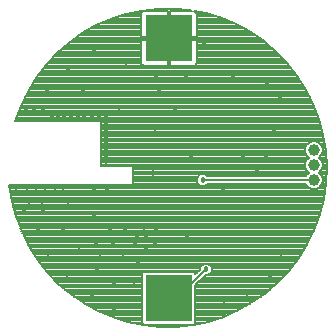
<source format=gbl>
G75*
G70*
%OFA0B0*%
%FSLAX24Y24*%
%IPPOS*%
%LPD*%
%AMOC8*
5,1,8,0,0,1.08239X$1,22.5*
%
%ADD10R,0.1575X0.1575*%
%ADD11C,0.0394*%
%ADD12C,0.0080*%
%ADD13C,0.0180*%
%ADD14C,0.0060*%
D10*
X005656Y001276D03*
X005656Y009937D03*
D11*
X010490Y006213D03*
X010490Y005713D03*
X010490Y005213D03*
D12*
X004768Y001880D02*
X001862Y001880D01*
X001787Y001959D02*
X004768Y001959D01*
X004768Y002037D02*
X001712Y002037D01*
X001636Y002116D02*
X004779Y002116D01*
X004768Y002105D02*
X004768Y000447D01*
X004827Y000388D01*
X006459Y000388D01*
X006446Y000386D01*
X005911Y000328D01*
X005373Y000325D01*
X004838Y000376D01*
X004311Y000482D01*
X003797Y000640D01*
X003301Y000849D01*
X002830Y001108D01*
X002387Y001413D01*
X001977Y001761D01*
X001604Y002149D01*
X001273Y002572D01*
X000986Y003027D01*
X000747Y003509D01*
X000558Y004012D01*
X000421Y004532D01*
X000337Y005064D01*
X004451Y005064D01*
X004451Y005691D01*
X003403Y005691D01*
X003403Y007170D01*
X000537Y007170D01*
X000719Y007676D01*
X000952Y008160D01*
X010269Y008160D01*
X010233Y008233D02*
X010473Y007751D01*
X010663Y007248D01*
X010802Y006729D01*
X010887Y006198D01*
X010918Y005661D01*
X010894Y005124D01*
X010816Y004591D01*
X010685Y004070D01*
X010501Y003564D01*
X010267Y003080D01*
X009986Y002622D01*
X009659Y002195D01*
X009291Y001802D01*
X008885Y001450D01*
X008446Y001140D01*
X007977Y000876D01*
X007484Y000661D01*
X006972Y000497D01*
X006491Y000395D01*
X006543Y000447D01*
X006543Y001706D01*
X006887Y002051D01*
X006972Y002051D01*
X007084Y002162D01*
X007084Y002319D01*
X006972Y002431D01*
X006815Y002431D01*
X006704Y002319D01*
X006704Y002234D01*
X006543Y002074D01*
X006543Y002105D01*
X006484Y002163D01*
X004827Y002163D01*
X004768Y002105D01*
X004768Y001802D02*
X001938Y001802D01*
X002021Y001723D02*
X004768Y001723D01*
X004768Y001645D02*
X002114Y001645D01*
X002206Y001566D02*
X004768Y001566D01*
X004768Y001488D02*
X002299Y001488D01*
X002392Y001409D02*
X004768Y001409D01*
X004768Y001331D02*
X002506Y001331D01*
X002620Y001252D02*
X004768Y001252D01*
X004768Y001174D02*
X002734Y001174D01*
X002853Y001095D02*
X004768Y001095D01*
X004768Y001017D02*
X002996Y001017D01*
X003139Y000938D02*
X004768Y000938D01*
X004768Y000860D02*
X003283Y000860D01*
X003463Y000781D02*
X004768Y000781D01*
X004768Y000703D02*
X003649Y000703D01*
X003848Y000624D02*
X004768Y000624D01*
X004768Y000546D02*
X004103Y000546D01*
X004384Y000467D02*
X004768Y000467D01*
X004777Y000389D02*
X004827Y000389D01*
X006532Y002116D02*
X006585Y002116D01*
X006663Y002194D02*
X001569Y002194D01*
X001508Y002273D02*
X006704Y002273D01*
X006735Y002351D02*
X001446Y002351D01*
X001385Y002430D02*
X006814Y002430D01*
X006973Y002430D02*
X009839Y002430D01*
X009899Y002508D02*
X001323Y002508D01*
X001264Y002587D02*
X009959Y002587D01*
X010013Y002665D02*
X001215Y002665D01*
X001165Y002744D02*
X010061Y002744D01*
X010109Y002822D02*
X001116Y002822D01*
X001066Y002901D02*
X010157Y002901D01*
X010205Y002979D02*
X001017Y002979D01*
X000971Y003058D02*
X010254Y003058D01*
X010295Y003136D02*
X000932Y003136D01*
X000893Y003215D02*
X010332Y003215D01*
X010370Y003293D02*
X000854Y003293D01*
X000815Y003372D02*
X010408Y003372D01*
X010446Y003450D02*
X000776Y003450D01*
X000740Y003529D02*
X010484Y003529D01*
X010517Y003607D02*
X000710Y003607D01*
X000681Y003686D02*
X010545Y003686D01*
X010574Y003764D02*
X000651Y003764D01*
X000622Y003843D02*
X010602Y003843D01*
X010631Y003921D02*
X000592Y003921D01*
X000563Y004000D02*
X010659Y004000D01*
X010687Y004078D02*
X000541Y004078D01*
X000520Y004157D02*
X010707Y004157D01*
X010726Y004235D02*
X000499Y004235D01*
X000478Y004314D02*
X010746Y004314D01*
X010766Y004392D02*
X000458Y004392D01*
X000437Y004471D02*
X010786Y004471D01*
X010805Y004549D02*
X000418Y004549D01*
X000406Y004628D02*
X010821Y004628D01*
X010833Y004706D02*
X000393Y004706D01*
X000381Y004785D02*
X010844Y004785D01*
X010856Y004863D02*
X000368Y004863D01*
X000356Y004942D02*
X010368Y004942D01*
X010321Y004961D02*
X010431Y004916D01*
X010549Y004916D01*
X010658Y004961D01*
X010741Y005044D01*
X010786Y005154D01*
X010786Y005272D01*
X010741Y005381D01*
X010659Y005463D01*
X010741Y005544D01*
X010786Y005654D01*
X010786Y005772D01*
X010741Y005881D01*
X010659Y005963D01*
X010741Y006044D01*
X010786Y006154D01*
X010786Y006272D01*
X010741Y006381D01*
X010658Y006464D01*
X010549Y006509D01*
X010431Y006509D01*
X010321Y006464D01*
X010238Y006381D01*
X010193Y006272D01*
X010193Y006154D01*
X010238Y006044D01*
X010320Y005963D01*
X010238Y005881D01*
X010193Y005772D01*
X010193Y005654D01*
X010238Y005544D01*
X010320Y005463D01*
X010238Y005381D01*
X010226Y005352D01*
X006917Y005352D01*
X006867Y005402D01*
X006710Y005402D01*
X006599Y005290D01*
X006599Y005133D01*
X006710Y005022D01*
X006867Y005022D01*
X006917Y005072D01*
X010227Y005072D01*
X010238Y005044D01*
X010321Y004961D01*
X010262Y005020D02*
X000344Y005020D01*
X000554Y007218D02*
X010671Y007218D01*
X010692Y007140D02*
X003403Y007140D01*
X003403Y007061D02*
X010713Y007061D01*
X010734Y006983D02*
X003403Y006983D01*
X003403Y006904D02*
X010755Y006904D01*
X010776Y006826D02*
X003403Y006826D01*
X003403Y006747D02*
X010797Y006747D01*
X010811Y006669D02*
X003403Y006669D01*
X003403Y006590D02*
X010824Y006590D01*
X010836Y006512D02*
X003403Y006512D01*
X003403Y006433D02*
X010290Y006433D01*
X010227Y006355D02*
X003403Y006355D01*
X003403Y006276D02*
X010195Y006276D01*
X010193Y006198D02*
X003403Y006198D01*
X003403Y006119D02*
X010207Y006119D01*
X010242Y006041D02*
X003403Y006041D01*
X003403Y005962D02*
X010319Y005962D01*
X010241Y005884D02*
X003403Y005884D01*
X003403Y005805D02*
X010207Y005805D01*
X010193Y005727D02*
X003403Y005727D01*
X004451Y005648D02*
X010195Y005648D01*
X010228Y005570D02*
X004451Y005570D01*
X004451Y005491D02*
X010291Y005491D01*
X010270Y005413D02*
X004451Y005413D01*
X004451Y005334D02*
X006642Y005334D01*
X006599Y005256D02*
X004451Y005256D01*
X004451Y005177D02*
X006599Y005177D01*
X006633Y005099D02*
X004451Y005099D01*
X006789Y005212D02*
X010490Y005212D01*
X010490Y005213D01*
X010761Y005334D02*
X010903Y005334D01*
X010900Y005256D02*
X010786Y005256D01*
X010786Y005177D02*
X010896Y005177D01*
X010890Y005099D02*
X010764Y005099D01*
X010717Y005020D02*
X010879Y005020D01*
X010867Y004942D02*
X010611Y004942D01*
X010709Y005413D02*
X010907Y005413D01*
X010910Y005491D02*
X010688Y005491D01*
X010752Y005570D02*
X010914Y005570D01*
X010917Y005648D02*
X010784Y005648D01*
X010786Y005727D02*
X010914Y005727D01*
X010909Y005805D02*
X010773Y005805D01*
X010738Y005884D02*
X010905Y005884D01*
X010900Y005962D02*
X010660Y005962D01*
X010737Y006041D02*
X010896Y006041D01*
X010891Y006119D02*
X010772Y006119D01*
X010786Y006198D02*
X010887Y006198D01*
X010874Y006276D02*
X010785Y006276D01*
X010752Y006355D02*
X010862Y006355D01*
X010849Y006433D02*
X010689Y006433D01*
X010645Y007297D02*
X000582Y007297D01*
X000611Y007375D02*
X010615Y007375D01*
X010586Y007454D02*
X000639Y007454D01*
X000667Y007532D02*
X010556Y007532D01*
X010526Y007611D02*
X000696Y007611D01*
X000726Y007689D02*
X010497Y007689D01*
X010465Y007768D02*
X000763Y007768D01*
X000801Y007846D02*
X010426Y007846D01*
X010387Y007925D02*
X000839Y007925D01*
X000876Y008003D02*
X010347Y008003D01*
X010308Y008082D02*
X000914Y008082D01*
X000952Y008160D02*
X001232Y008619D01*
X001558Y009047D01*
X001925Y009440D01*
X002330Y009794D01*
X002769Y010105D01*
X003237Y010369D01*
X003730Y010585D01*
X004242Y010750D01*
X004768Y010863D01*
X005302Y010922D01*
X005840Y010926D01*
X006375Y010875D01*
X006430Y010865D01*
X005696Y010865D01*
X005696Y009977D01*
X006583Y009977D01*
X006583Y010743D01*
X006574Y010779D01*
X006555Y010811D01*
X006529Y010837D01*
X006507Y010849D01*
X006903Y010771D01*
X007417Y010614D01*
X007913Y010406D01*
X008385Y010148D01*
X008829Y009844D01*
X009240Y009497D01*
X009613Y009110D01*
X009945Y008687D01*
X010233Y008233D01*
X010229Y008239D02*
X001000Y008239D01*
X001048Y008317D02*
X010179Y008317D01*
X010130Y008396D02*
X001096Y008396D01*
X001144Y008474D02*
X010080Y008474D01*
X010030Y008553D02*
X001192Y008553D01*
X001242Y008631D02*
X009980Y008631D01*
X009927Y008710D02*
X001301Y008710D01*
X001361Y008788D02*
X009866Y008788D01*
X009804Y008867D02*
X001421Y008867D01*
X001480Y008945D02*
X009742Y008945D01*
X009681Y009024D02*
X006505Y009024D01*
X006497Y009019D02*
X006529Y009038D01*
X006555Y009064D01*
X006574Y009096D01*
X006583Y009131D01*
X006583Y009897D01*
X005696Y009897D01*
X005696Y009977D01*
X005616Y009977D01*
X005616Y010865D01*
X004850Y010865D01*
X004814Y010855D01*
X004782Y010837D01*
X004756Y010811D01*
X004738Y010779D01*
X004728Y010743D01*
X004728Y009977D01*
X005616Y009977D01*
X005616Y009897D01*
X005696Y009897D01*
X005696Y009010D01*
X006461Y009010D01*
X006497Y009019D01*
X006575Y009102D02*
X009619Y009102D01*
X009545Y009181D02*
X006583Y009181D01*
X006583Y009259D02*
X009469Y009259D01*
X009393Y009338D02*
X006583Y009338D01*
X006583Y009416D02*
X009317Y009416D01*
X009242Y009495D02*
X006583Y009495D01*
X006583Y009573D02*
X009149Y009573D01*
X009057Y009652D02*
X006583Y009652D01*
X006583Y009730D02*
X008964Y009730D01*
X008871Y009809D02*
X006583Y009809D01*
X006583Y009887D02*
X008766Y009887D01*
X008652Y009966D02*
X005696Y009966D01*
X005696Y010044D02*
X005616Y010044D01*
X005616Y009966D02*
X002573Y009966D01*
X002684Y010044D02*
X004728Y010044D01*
X004728Y010123D02*
X002801Y010123D01*
X002940Y010201D02*
X004728Y010201D01*
X004728Y010280D02*
X003079Y010280D01*
X003218Y010358D02*
X004728Y010358D01*
X004728Y010437D02*
X003391Y010437D01*
X003570Y010515D02*
X004728Y010515D01*
X004728Y010594D02*
X003756Y010594D01*
X003999Y010672D02*
X004728Y010672D01*
X004730Y010751D02*
X004243Y010751D01*
X004610Y010829D02*
X004775Y010829D01*
X005176Y010908D02*
X006032Y010908D01*
X005696Y010829D02*
X005616Y010829D01*
X005616Y010751D02*
X005696Y010751D01*
X005696Y010672D02*
X005616Y010672D01*
X005616Y010594D02*
X005696Y010594D01*
X005696Y010515D02*
X005616Y010515D01*
X005616Y010437D02*
X005696Y010437D01*
X005696Y010358D02*
X005616Y010358D01*
X005616Y010280D02*
X005696Y010280D01*
X005696Y010201D02*
X005616Y010201D01*
X005616Y010123D02*
X005696Y010123D01*
X005696Y009887D02*
X005616Y009887D01*
X005616Y009897D02*
X005616Y009010D01*
X004850Y009010D01*
X004814Y009019D01*
X004782Y009038D01*
X004756Y009064D01*
X004738Y009096D01*
X004728Y009131D01*
X004728Y009897D01*
X005616Y009897D01*
X005616Y009809D02*
X005696Y009809D01*
X005696Y009730D02*
X005616Y009730D01*
X005616Y009652D02*
X005696Y009652D01*
X005696Y009573D02*
X005616Y009573D01*
X005616Y009495D02*
X005696Y009495D01*
X005696Y009416D02*
X005616Y009416D01*
X005616Y009338D02*
X005696Y009338D01*
X005696Y009259D02*
X005616Y009259D01*
X005616Y009181D02*
X005696Y009181D01*
X005696Y009102D02*
X005616Y009102D01*
X005616Y009024D02*
X005696Y009024D01*
X004807Y009024D02*
X001540Y009024D01*
X001609Y009102D02*
X004736Y009102D01*
X004728Y009181D02*
X001683Y009181D01*
X001756Y009259D02*
X004728Y009259D01*
X004728Y009338D02*
X001830Y009338D01*
X001903Y009416D02*
X004728Y009416D01*
X004728Y009495D02*
X001988Y009495D01*
X002078Y009573D02*
X004728Y009573D01*
X004728Y009652D02*
X002168Y009652D01*
X002258Y009730D02*
X004728Y009730D01*
X004728Y009809D02*
X002352Y009809D01*
X002462Y009887D02*
X004728Y009887D01*
X006583Y010044D02*
X008537Y010044D01*
X008423Y010123D02*
X006583Y010123D01*
X006583Y010201D02*
X008288Y010201D01*
X008144Y010280D02*
X006583Y010280D01*
X006583Y010358D02*
X008000Y010358D01*
X007839Y010437D02*
X006583Y010437D01*
X006583Y010515D02*
X007653Y010515D01*
X007466Y010594D02*
X006583Y010594D01*
X006583Y010672D02*
X007227Y010672D01*
X006970Y010751D02*
X006581Y010751D01*
X006609Y010829D02*
X006537Y010829D01*
X007052Y002351D02*
X009779Y002351D01*
X009719Y002273D02*
X007084Y002273D01*
X007084Y002194D02*
X009659Y002194D01*
X009585Y002116D02*
X007037Y002116D01*
X006874Y002037D02*
X009512Y002037D01*
X009438Y001959D02*
X006795Y001959D01*
X006717Y001880D02*
X009364Y001880D01*
X009290Y001802D02*
X006638Y001802D01*
X006560Y001723D02*
X009200Y001723D01*
X009110Y001645D02*
X006543Y001645D01*
X006543Y001566D02*
X009019Y001566D01*
X008929Y001488D02*
X006543Y001488D01*
X006543Y001409D02*
X008828Y001409D01*
X008717Y001331D02*
X006543Y001331D01*
X006543Y001252D02*
X008605Y001252D01*
X008494Y001174D02*
X006543Y001174D01*
X006543Y001095D02*
X008367Y001095D01*
X008227Y001017D02*
X006543Y001017D01*
X006543Y000938D02*
X008088Y000938D01*
X007940Y000860D02*
X006543Y000860D01*
X006543Y000781D02*
X007760Y000781D01*
X007580Y000703D02*
X006543Y000703D01*
X006543Y000624D02*
X007370Y000624D01*
X007124Y000546D02*
X006543Y000546D01*
X006543Y000467D02*
X006832Y000467D01*
D13*
X007487Y001046D03*
X008262Y001454D03*
X009036Y002065D03*
X009413Y002617D03*
X008833Y002833D03*
X007956Y003204D03*
X006894Y002241D03*
X006264Y003313D03*
X005204Y003153D03*
X004899Y002942D03*
X004530Y003055D03*
X004597Y003341D03*
X004899Y003372D03*
X004824Y003642D03*
X005216Y003615D03*
X004205Y003552D03*
X004159Y003212D03*
X003810Y003055D03*
X004124Y002789D03*
X004617Y002479D03*
X004492Y001861D03*
X003835Y001724D03*
X003269Y002177D03*
X003352Y002785D03*
X003226Y003157D03*
X003688Y003556D03*
X003163Y004010D03*
X003158Y004945D03*
X003593Y004950D03*
X003570Y005835D03*
X003570Y006036D03*
X003570Y006237D03*
X003570Y006449D03*
X003570Y006669D03*
X003570Y006912D03*
X003570Y007139D03*
X003570Y007374D03*
X003339Y007374D03*
X003096Y007374D03*
X002846Y007374D03*
X002630Y007374D03*
X002410Y007374D03*
X002179Y007374D03*
X001966Y007374D03*
X001754Y007374D03*
X001456Y007567D03*
X001173Y007581D03*
X000905Y007603D03*
X001598Y008219D03*
X002311Y008922D03*
X002800Y008137D03*
X003993Y007474D03*
X005183Y006784D03*
X005859Y007517D03*
X005327Y008147D03*
X005238Y008729D03*
X004724Y008788D03*
X004237Y009167D03*
X004145Y009900D03*
X003167Y009513D03*
X006229Y008635D03*
X007333Y008091D03*
X007805Y008694D03*
X008201Y009197D03*
X008941Y008432D03*
X009353Y008030D03*
X009156Y006872D03*
X008888Y005961D03*
X008604Y005468D03*
X008117Y005961D03*
X007473Y004885D03*
X006789Y005212D03*
X006198Y005667D03*
X006408Y006058D03*
X006003Y005266D03*
X005117Y005448D03*
X002678Y002850D03*
X002117Y003604D03*
X001467Y004198D03*
X001415Y004504D03*
X001009Y004532D03*
X000828Y004249D03*
X000658Y004539D03*
X000572Y004811D03*
X000934Y004985D03*
X001229Y004985D03*
X001544Y004985D03*
X001859Y004985D03*
X002143Y004985D03*
X002286Y004504D03*
X002018Y004329D03*
X001292Y003522D03*
X001628Y002778D03*
X002270Y002075D03*
X003106Y001351D03*
X003839Y000913D03*
X009808Y003219D03*
X006846Y009788D03*
D14*
X006894Y002241D02*
X005934Y001281D01*
X005694Y001281D01*
X005656Y001276D01*
X005694Y001281D01*
M02*

</source>
